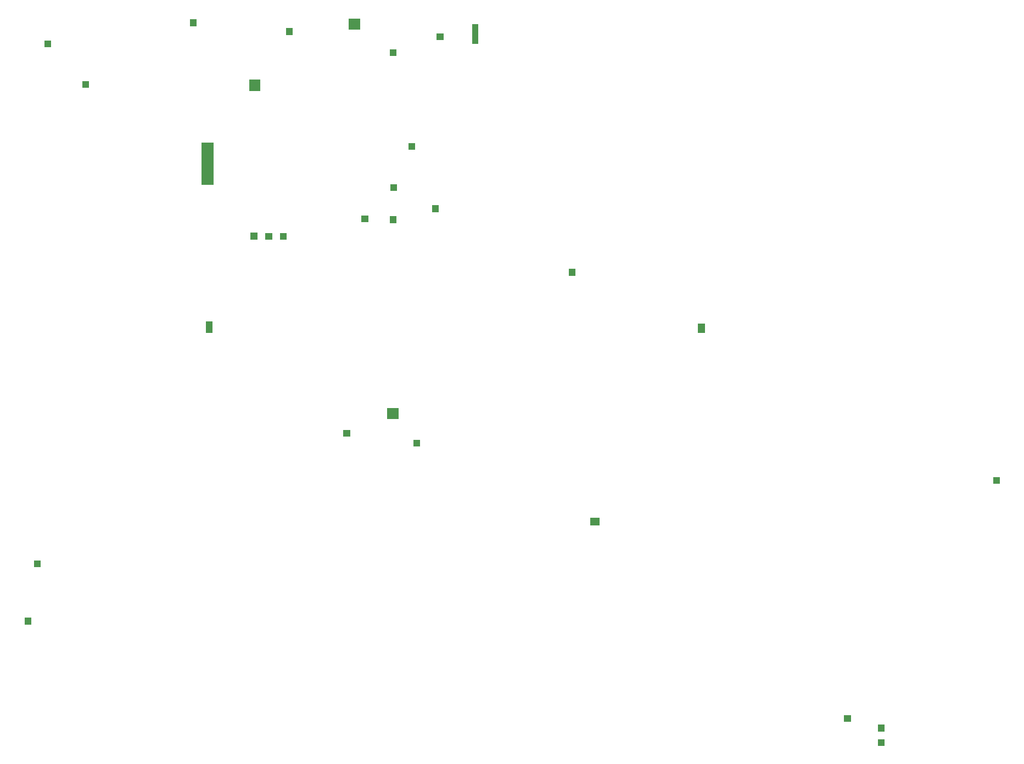
<source format=gbr>
G04 #@! TF.GenerationSoftware,KiCad,Pcbnew,5.1.5-52549c5~84~ubuntu18.04.1*
G04 #@! TF.CreationDate,2020-01-14T00:11:38-08:00*
G04 #@! TF.ProjectId,Pi_Blackbox,50695f42-6c61-4636-9b62-6f782e6b6963,R3*
G04 #@! TF.SameCoordinates,Original*
G04 #@! TF.FileFunction,Glue,Bot*
G04 #@! TF.FilePolarity,Positive*
%FSLAX46Y46*%
G04 Gerber Fmt 4.6, Leading zero omitted, Abs format (unit mm)*
G04 Created by KiCad (PCBNEW 5.1.5-52549c5~84~ubuntu18.04.1) date 2020-01-14 00:11:38*
%MOMM*%
%LPD*%
G04 APERTURE LIST*
%ADD10C,0.100000*%
G04 APERTURE END LIST*
D10*
G36*
X139035000Y-42630000D02*
G01*
X140010000Y-42630000D01*
X140010000Y-41680000D01*
X139035000Y-41680000D01*
X139035000Y-42630000D01*
G37*
X139035000Y-42630000D02*
X140010000Y-42630000D01*
X140010000Y-41680000D01*
X139035000Y-41680000D01*
X139035000Y-42630000D01*
G36*
X152620000Y-37805000D02*
G01*
X151720000Y-37805000D01*
X151720000Y-40730000D01*
X152620000Y-40730000D01*
X152620000Y-37805000D01*
G37*
X152620000Y-37805000D02*
X151720000Y-37805000D01*
X151720000Y-40730000D01*
X152620000Y-40730000D01*
X152620000Y-37805000D01*
G36*
X118530000Y-70955000D02*
G01*
X118530000Y-69980000D01*
X117580000Y-69980000D01*
X117580000Y-70955000D01*
X118530000Y-70955000D01*
G37*
X118530000Y-70955000D02*
X118530000Y-69980000D01*
X117580000Y-69980000D01*
X117580000Y-70955000D01*
X118530000Y-70955000D01*
G36*
X120830000Y-70980000D02*
G01*
X120830000Y-70005000D01*
X119880000Y-70005000D01*
X119880000Y-70980000D01*
X120830000Y-70980000D01*
G37*
X120830000Y-70980000D02*
X120830000Y-70005000D01*
X119880000Y-70005000D01*
X119880000Y-70980000D01*
X120830000Y-70980000D01*
G36*
X123080000Y-70980000D02*
G01*
X123080000Y-70005000D01*
X122130000Y-70005000D01*
X122130000Y-70980000D01*
X123080000Y-70980000D01*
G37*
X123080000Y-70980000D02*
X123080000Y-70005000D01*
X122130000Y-70005000D01*
X122130000Y-70980000D01*
X123080000Y-70980000D01*
G36*
X85155000Y-120600000D02*
G01*
X84180000Y-120600000D01*
X84180000Y-121550000D01*
X85155000Y-121550000D01*
X85155000Y-120600000D01*
G37*
X85155000Y-120600000D02*
X84180000Y-120600000D01*
X84180000Y-121550000D01*
X85155000Y-121550000D01*
X85155000Y-120600000D01*
G36*
X82755000Y-129405000D02*
G01*
X82755000Y-130380000D01*
X83705000Y-130380000D01*
X83705000Y-129405000D01*
X82755000Y-129405000D01*
G37*
X82755000Y-129405000D02*
X82755000Y-130380000D01*
X83705000Y-130380000D01*
X83705000Y-129405000D01*
X82755000Y-129405000D01*
G36*
X232080000Y-108655000D02*
G01*
X233055000Y-108655000D01*
X233055000Y-107705000D01*
X232080000Y-107705000D01*
X232080000Y-108655000D01*
G37*
X232080000Y-108655000D02*
X233055000Y-108655000D01*
X233055000Y-107705000D01*
X232080000Y-107705000D01*
X232080000Y-108655000D01*
G36*
X85790000Y-40310000D02*
G01*
X85790000Y-41285000D01*
X86740000Y-41285000D01*
X86740000Y-40310000D01*
X85790000Y-40310000D01*
G37*
X85790000Y-40310000D02*
X85790000Y-41285000D01*
X86740000Y-41285000D01*
X86740000Y-40310000D01*
X85790000Y-40310000D01*
G36*
X91610000Y-47505000D02*
G01*
X92585000Y-47505000D01*
X92585000Y-46555000D01*
X91610000Y-46555000D01*
X91610000Y-47505000D01*
G37*
X91610000Y-47505000D02*
X92585000Y-47505000D01*
X92585000Y-46555000D01*
X91610000Y-46555000D01*
X91610000Y-47505000D01*
G36*
X110670000Y-85380000D02*
G01*
X111645000Y-85380000D01*
X111645000Y-83655000D01*
X110670000Y-83655000D01*
X110670000Y-85380000D01*
G37*
X110670000Y-85380000D02*
X111645000Y-85380000D01*
X111645000Y-83655000D01*
X110670000Y-83655000D01*
X110670000Y-85380000D01*
G36*
X146280000Y-39195000D02*
G01*
X146280000Y-40170000D01*
X147230000Y-40170000D01*
X147230000Y-39195000D01*
X146280000Y-39195000D01*
G37*
X146280000Y-39195000D02*
X146280000Y-40170000D01*
X147230000Y-40170000D01*
X147230000Y-39195000D01*
X146280000Y-39195000D01*
G36*
X108245000Y-37020000D02*
G01*
X108245000Y-37995000D01*
X109195000Y-37995000D01*
X109195000Y-37020000D01*
X108245000Y-37020000D01*
G37*
X108245000Y-37020000D02*
X108245000Y-37995000D01*
X109195000Y-37995000D01*
X109195000Y-37020000D01*
X108245000Y-37020000D01*
G36*
X123070000Y-38400000D02*
G01*
X123070000Y-39375000D01*
X124020000Y-39375000D01*
X124020000Y-38400000D01*
X123070000Y-38400000D01*
G37*
X123070000Y-38400000D02*
X123070000Y-39375000D01*
X124020000Y-39375000D01*
X124020000Y-38400000D01*
X123070000Y-38400000D01*
G36*
X142905000Y-56165000D02*
G01*
X141930000Y-56165000D01*
X141930000Y-57115000D01*
X142905000Y-57115000D01*
X142905000Y-56165000D01*
G37*
X142905000Y-56165000D02*
X141930000Y-56165000D01*
X141930000Y-57115000D01*
X142905000Y-57115000D01*
X142905000Y-56165000D01*
G36*
X134655000Y-68255000D02*
G01*
X135630000Y-68255000D01*
X135630000Y-67305000D01*
X134655000Y-67305000D01*
X134655000Y-68255000D01*
G37*
X134655000Y-68255000D02*
X135630000Y-68255000D01*
X135630000Y-67305000D01*
X134655000Y-67305000D01*
X134655000Y-68255000D01*
G36*
X139155000Y-62455000D02*
G01*
X139155000Y-63430000D01*
X140105000Y-63430000D01*
X140105000Y-62455000D01*
X139155000Y-62455000D01*
G37*
X139155000Y-62455000D02*
X139155000Y-63430000D01*
X140105000Y-63430000D01*
X140105000Y-62455000D01*
X139155000Y-62455000D01*
G36*
X140005000Y-68405000D02*
G01*
X140005000Y-67430000D01*
X139055000Y-67430000D01*
X139055000Y-68405000D01*
X140005000Y-68405000D01*
G37*
X140005000Y-68405000D02*
X140005000Y-67430000D01*
X139055000Y-67430000D01*
X139055000Y-68405000D01*
X140005000Y-68405000D01*
G36*
X145595000Y-65750000D02*
G01*
X145595000Y-66725000D01*
X146545000Y-66725000D01*
X146545000Y-65750000D01*
X145595000Y-65750000D01*
G37*
X145595000Y-65750000D02*
X145595000Y-66725000D01*
X146545000Y-66725000D01*
X146545000Y-65750000D01*
X145595000Y-65750000D01*
G36*
X167610000Y-75575000D02*
G01*
X166635000Y-75575000D01*
X166635000Y-76525000D01*
X167610000Y-76525000D01*
X167610000Y-75575000D01*
G37*
X167610000Y-75575000D02*
X166635000Y-75575000D01*
X166635000Y-76525000D01*
X167610000Y-76525000D01*
X167610000Y-75575000D01*
G36*
X131860000Y-101345000D02*
G01*
X132835000Y-101345000D01*
X132835000Y-100395000D01*
X131860000Y-100395000D01*
X131860000Y-101345000D01*
G37*
X131860000Y-101345000D02*
X132835000Y-101345000D01*
X132835000Y-100395000D01*
X131860000Y-100395000D01*
X131860000Y-101345000D01*
G36*
X142685000Y-102860000D02*
G01*
X143660000Y-102860000D01*
X143660000Y-101910000D01*
X142685000Y-101910000D01*
X142685000Y-102860000D01*
G37*
X142685000Y-102860000D02*
X143660000Y-102860000D01*
X143660000Y-101910000D01*
X142685000Y-101910000D01*
X142685000Y-102860000D01*
G36*
X209085000Y-145370000D02*
G01*
X210060000Y-145370000D01*
X210060000Y-144420000D01*
X209085000Y-144420000D01*
X209085000Y-145370000D01*
G37*
X209085000Y-145370000D02*
X210060000Y-145370000D01*
X210060000Y-144420000D01*
X209085000Y-144420000D01*
X209085000Y-145370000D01*
G36*
X215280000Y-145920000D02*
G01*
X214305000Y-145920000D01*
X214305000Y-146870000D01*
X215280000Y-146870000D01*
X215280000Y-145920000D01*
G37*
X215280000Y-145920000D02*
X214305000Y-145920000D01*
X214305000Y-146870000D01*
X215280000Y-146870000D01*
X215280000Y-145920000D01*
G36*
X215285000Y-148180000D02*
G01*
X214310000Y-148180000D01*
X214310000Y-149130000D01*
X215285000Y-149130000D01*
X215285000Y-148180000D01*
G37*
X215285000Y-148180000D02*
X214310000Y-148180000D01*
X214310000Y-149130000D01*
X215285000Y-149130000D01*
X215285000Y-148180000D01*
G36*
X132695000Y-38515000D02*
G01*
X134395000Y-38515000D01*
X134395000Y-36915000D01*
X132695000Y-36915000D01*
X132695000Y-38515000D01*
G37*
X132695000Y-38515000D02*
X134395000Y-38515000D01*
X134395000Y-36915000D01*
X132695000Y-36915000D01*
X132695000Y-38515000D01*
G36*
X119025000Y-48000000D02*
G01*
X119025000Y-46300000D01*
X117425000Y-46300000D01*
X117425000Y-48000000D01*
X119025000Y-48000000D01*
G37*
X119025000Y-48000000D02*
X119025000Y-46300000D01*
X117425000Y-46300000D01*
X117425000Y-48000000D01*
X119025000Y-48000000D01*
G36*
X110030000Y-62505000D02*
G01*
X111805000Y-62505000D01*
X111830000Y-56080000D01*
X110030000Y-56080000D01*
X110030000Y-62505000D01*
G37*
X110030000Y-62505000D02*
X111805000Y-62505000D01*
X111830000Y-56080000D01*
X110030000Y-56080000D01*
X110030000Y-62505000D01*
G36*
X138595000Y-98665000D02*
G01*
X140295000Y-98665000D01*
X140295000Y-97065000D01*
X138595000Y-97065000D01*
X138595000Y-98665000D01*
G37*
X138595000Y-98665000D02*
X140295000Y-98665000D01*
X140295000Y-97065000D01*
X138595000Y-97065000D01*
X138595000Y-98665000D01*
G36*
X171335000Y-113975000D02*
G01*
X169985000Y-113975000D01*
X169985000Y-115050000D01*
X171335000Y-115050000D01*
X171335000Y-113975000D01*
G37*
X171335000Y-113975000D02*
X169985000Y-113975000D01*
X169985000Y-115050000D01*
X171335000Y-115050000D01*
X171335000Y-113975000D01*
G36*
X187593723Y-85344724D02*
G01*
X187593723Y-83994724D01*
X186518723Y-83994724D01*
X186518723Y-85344724D01*
X187593723Y-85344724D01*
G37*
X187593723Y-85344724D02*
X187593723Y-83994724D01*
X186518723Y-83994724D01*
X186518723Y-85344724D01*
X187593723Y-85344724D01*
M02*

</source>
